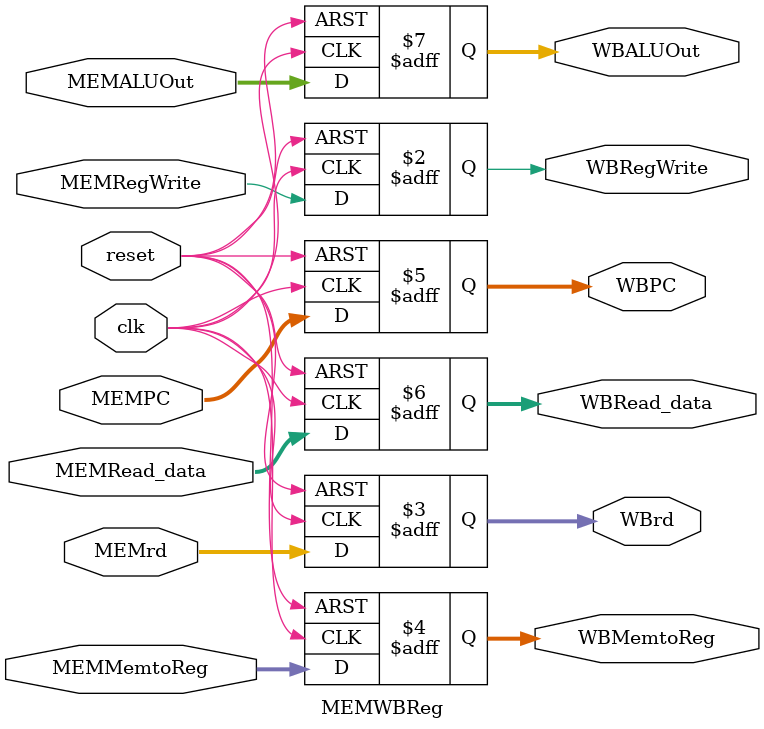
<source format=v>
module MEMWBReg (
    clk, reset,
    MEMrd, MEMPC, MEMRead_data, MEMALUOut, MEMRegWrite, MEMMemtoReg,
    WBrd, WBPC, WBRead_data, WBALUOut, WBRegWrite, WBMemtoReg
);
    input clk, reset;
    input MEMRegWrite;
    input [1:0] MEMMemtoReg;
    input [4:0] MEMrd;
    input [31:0] MEMPC, MEMRead_data, MEMALUOut;
    output reg WBRegWrite;
    output reg [4:0] WBrd;
    output reg [1:0] WBMemtoReg;
    output reg [31:0] WBPC, WBRead_data, WBALUOut;

    always @(posedge clk or posedge reset) begin
        if(reset)begin
            WBRegWrite <= 0;
            WBrd <= 0;
            WBMemtoReg <= 0;
            WBPC <= 32'h00000000;
            WBRead_data <= 0;
            WBALUOut <= 0;
        end
        else begin
            WBRegWrite <= MEMRegWrite;
            WBrd <= MEMrd;
            WBMemtoReg <= MEMMemtoReg;
            WBPC <= MEMPC;
            WBRead_data <= MEMRead_data;
            WBALUOut <= MEMALUOut;
        end
    end

endmodule
</source>
